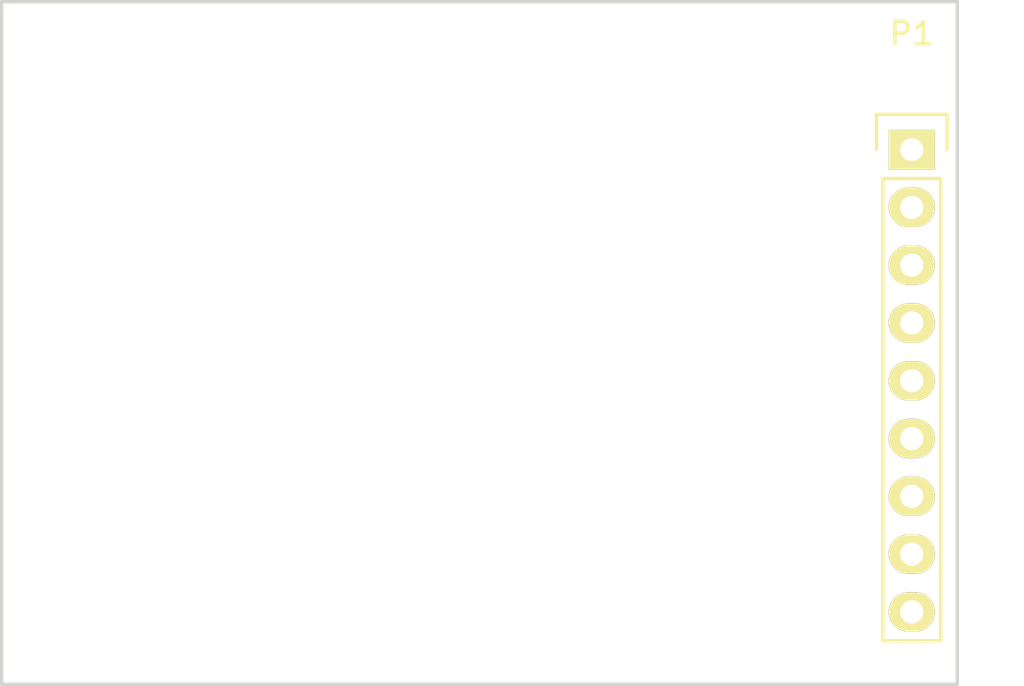
<source format=kicad_pcb>
(kicad_pcb (version 4) (host pcbnew 4.0.2-1.fc23-product)

  (general
    (links 1)
    (no_connects 1)
    (area 159.924999 102.424999 202.075001 132.575001)
    (thickness 1.6)
    (drawings 4)
    (tracks 0)
    (zones 0)
    (modules 1)
    (nets 9)
  )

  (page A4)
  (layers
    (0 F.Cu signal)
    (31 B.Cu signal)
    (32 B.Adhes user)
    (33 F.Adhes user)
    (34 B.Paste user)
    (35 F.Paste user)
    (36 B.SilkS user)
    (37 F.SilkS user)
    (38 B.Mask user)
    (39 F.Mask user)
    (40 Dwgs.User user)
    (41 Cmts.User user)
    (42 Eco1.User user)
    (43 Eco2.User user)
    (44 Edge.Cuts user)
    (45 Margin user)
    (46 B.CrtYd user)
    (47 F.CrtYd user)
    (48 B.Fab user)
    (49 F.Fab user)
  )

  (setup
    (last_trace_width 0.25)
    (trace_clearance 0.2)
    (zone_clearance 0.508)
    (zone_45_only no)
    (trace_min 0.2)
    (segment_width 0.2)
    (edge_width 0.15)
    (via_size 0.6)
    (via_drill 0.4)
    (via_min_size 0.4)
    (via_min_drill 0.3)
    (uvia_size 0.3)
    (uvia_drill 0.1)
    (uvias_allowed no)
    (uvia_min_size 0.2)
    (uvia_min_drill 0.1)
    (pcb_text_width 0.3)
    (pcb_text_size 1.5 1.5)
    (mod_edge_width 0.15)
    (mod_text_size 1 1)
    (mod_text_width 0.15)
    (pad_size 1.524 1.524)
    (pad_drill 0.762)
    (pad_to_mask_clearance 0.2)
    (aux_axis_origin 0 0)
    (visible_elements FFFFFF7F)
    (pcbplotparams
      (layerselection 0x00030_80000001)
      (usegerberextensions false)
      (excludeedgelayer true)
      (linewidth 0.100000)
      (plotframeref false)
      (viasonmask false)
      (mode 1)
      (useauxorigin false)
      (hpglpennumber 1)
      (hpglpenspeed 20)
      (hpglpendiameter 15)
      (hpglpenoverlay 2)
      (psnegative false)
      (psa4output false)
      (plotreference true)
      (plotvalue true)
      (plotinvisibletext false)
      (padsonsilk false)
      (subtractmaskfromsilk false)
      (outputformat 1)
      (mirror false)
      (drillshape 1)
      (scaleselection 1)
      (outputdirectory ""))
  )

  (net 0 "")
  (net 1 "Net-(P1-Pad1)")
  (net 2 "Net-(P1-Pad2)")
  (net 3 "Net-(P1-Pad3)")
  (net 4 /Video)
  (net 5 /A6.5M)
  (net 6 /A6,0M)
  (net 7 GND)
  (net 8 +5V)

  (net_class Default "Dies ist die voreingestellte Netzklasse."
    (clearance 0.2)
    (trace_width 0.25)
    (via_dia 0.6)
    (via_drill 0.4)
    (uvia_dia 0.3)
    (uvia_drill 0.1)
    (add_net +5V)
    (add_net /A6,0M)
    (add_net /A6.5M)
    (add_net /Video)
    (add_net GND)
    (add_net "Net-(P1-Pad1)")
    (add_net "Net-(P1-Pad2)")
    (add_net "Net-(P1-Pad3)")
  )

  (module Pin_Headers:Pin_Header_Straight_1x09 (layer F.Cu) (tedit 0) (tstamp 57802D78)
    (at 200 109)
    (descr "Through hole pin header")
    (tags "pin header")
    (path /57802BBB)
    (fp_text reference P1 (at 0 -5.1) (layer F.SilkS)
      (effects (font (size 1 1) (thickness 0.15)))
    )
    (fp_text value CONN_01X09 (at 0 -3.1) (layer F.Fab)
      (effects (font (size 1 1) (thickness 0.15)))
    )
    (fp_line (start -1.75 -1.75) (end -1.75 22.1) (layer F.CrtYd) (width 0.05))
    (fp_line (start 1.75 -1.75) (end 1.75 22.1) (layer F.CrtYd) (width 0.05))
    (fp_line (start -1.75 -1.75) (end 1.75 -1.75) (layer F.CrtYd) (width 0.05))
    (fp_line (start -1.75 22.1) (end 1.75 22.1) (layer F.CrtYd) (width 0.05))
    (fp_line (start 1.27 1.27) (end 1.27 21.59) (layer F.SilkS) (width 0.15))
    (fp_line (start 1.27 21.59) (end -1.27 21.59) (layer F.SilkS) (width 0.15))
    (fp_line (start -1.27 21.59) (end -1.27 1.27) (layer F.SilkS) (width 0.15))
    (fp_line (start 1.55 -1.55) (end 1.55 0) (layer F.SilkS) (width 0.15))
    (fp_line (start 1.27 1.27) (end -1.27 1.27) (layer F.SilkS) (width 0.15))
    (fp_line (start -1.55 0) (end -1.55 -1.55) (layer F.SilkS) (width 0.15))
    (fp_line (start -1.55 -1.55) (end 1.55 -1.55) (layer F.SilkS) (width 0.15))
    (pad 1 thru_hole rect (at 0 0) (size 2.032 1.7272) (drill 1.016) (layers *.Cu *.Mask F.SilkS)
      (net 1 "Net-(P1-Pad1)"))
    (pad 2 thru_hole oval (at 0 2.54) (size 2.032 1.7272) (drill 1.016) (layers *.Cu *.Mask F.SilkS)
      (net 2 "Net-(P1-Pad2)"))
    (pad 3 thru_hole oval (at 0 5.08) (size 2.032 1.7272) (drill 1.016) (layers *.Cu *.Mask F.SilkS)
      (net 3 "Net-(P1-Pad3)"))
    (pad 4 thru_hole oval (at 0 7.62) (size 2.032 1.7272) (drill 1.016) (layers *.Cu *.Mask F.SilkS)
      (net 4 /Video))
    (pad 5 thru_hole oval (at 0 10.16) (size 2.032 1.7272) (drill 1.016) (layers *.Cu *.Mask F.SilkS)
      (net 5 /A6.5M))
    (pad 6 thru_hole oval (at 0 12.7) (size 2.032 1.7272) (drill 1.016) (layers *.Cu *.Mask F.SilkS)
      (net 6 /A6,0M))
    (pad 7 thru_hole oval (at 0 15.24) (size 2.032 1.7272) (drill 1.016) (layers *.Cu *.Mask F.SilkS)
      (net 7 GND))
    (pad 8 thru_hole oval (at 0 17.78) (size 2.032 1.7272) (drill 1.016) (layers *.Cu *.Mask F.SilkS)
      (net 7 GND))
    (pad 9 thru_hole oval (at 0 20.32) (size 2.032 1.7272) (drill 1.016) (layers *.Cu *.Mask F.SilkS)
      (net 8 +5V))
    (model Pin_Headers.3dshapes/Pin_Header_Straight_1x09.wrl
      (at (xyz 0 -0.4 0))
      (scale (xyz 1 1 1))
      (rotate (xyz 0 0 90))
    )
  )

  (gr_line (start 160 132.5) (end 160 102.5) (angle 90) (layer Edge.Cuts) (width 0.15))
  (gr_line (start 202 132.5) (end 160 132.5) (angle 90) (layer Edge.Cuts) (width 0.15))
  (gr_line (start 202 102.5) (end 202 132.5) (angle 90) (layer Edge.Cuts) (width 0.15))
  (gr_line (start 160 102.5) (end 202 102.5) (angle 90) (layer Edge.Cuts) (width 0.15))

)

</source>
